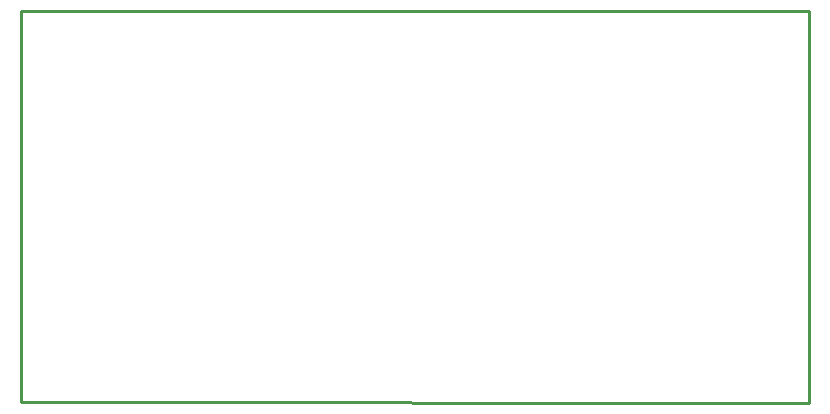
<source format=gbr>
G04 EAGLE Gerber RS-274X export*
G75*
%MOMM*%
%FSLAX34Y34*%
%LPD*%
%IN*%
%IPPOS*%
%AMOC8*
5,1,8,0,0,1.08239X$1,22.5*%
G01*
%ADD10C,0.254000*%


D10*
X119380Y21590D02*
X786005Y20955D01*
X786005Y352325D01*
X119380Y352325D01*
X119380Y21590D01*
M02*

</source>
